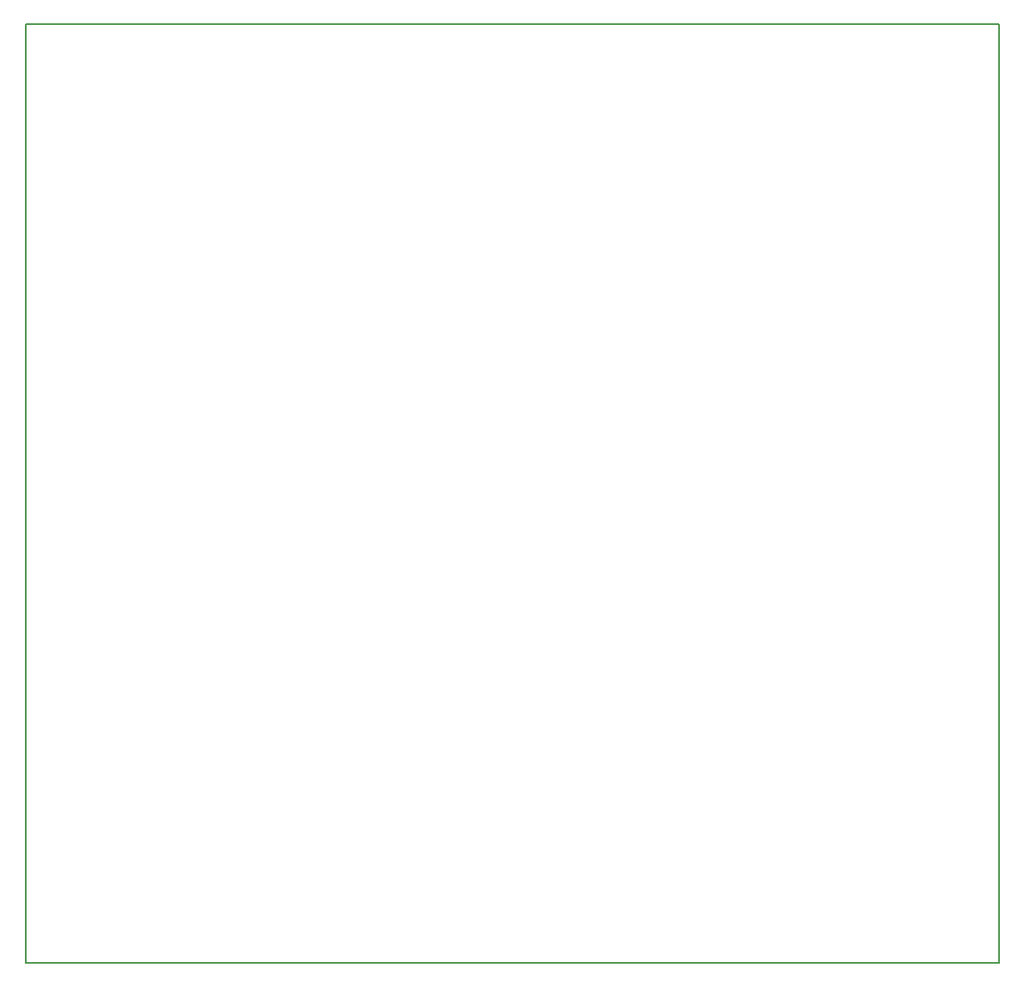
<source format=gm1>
G04 MADE WITH FRITZING*
G04 WWW.FRITZING.ORG*
G04 DOUBLE SIDED*
G04 HOLES PLATED*
G04 CONTOUR ON CENTER OF CONTOUR VECTOR*
%ASAXBY*%
%FSLAX23Y23*%
%MOIN*%
%OFA0B0*%
%SFA1.0B1.0*%
%ADD10R,3.908710X3.768760*%
%ADD11C,0.008000*%
%ADD10C,0.008*%
%LNCONTOUR*%
G90*
G70*
G54D10*
G54D11*
X4Y3765D02*
X3905Y3765D01*
X3905Y4D01*
X4Y4D01*
X4Y3765D01*
D02*
G04 End of contour*
M02*
</source>
